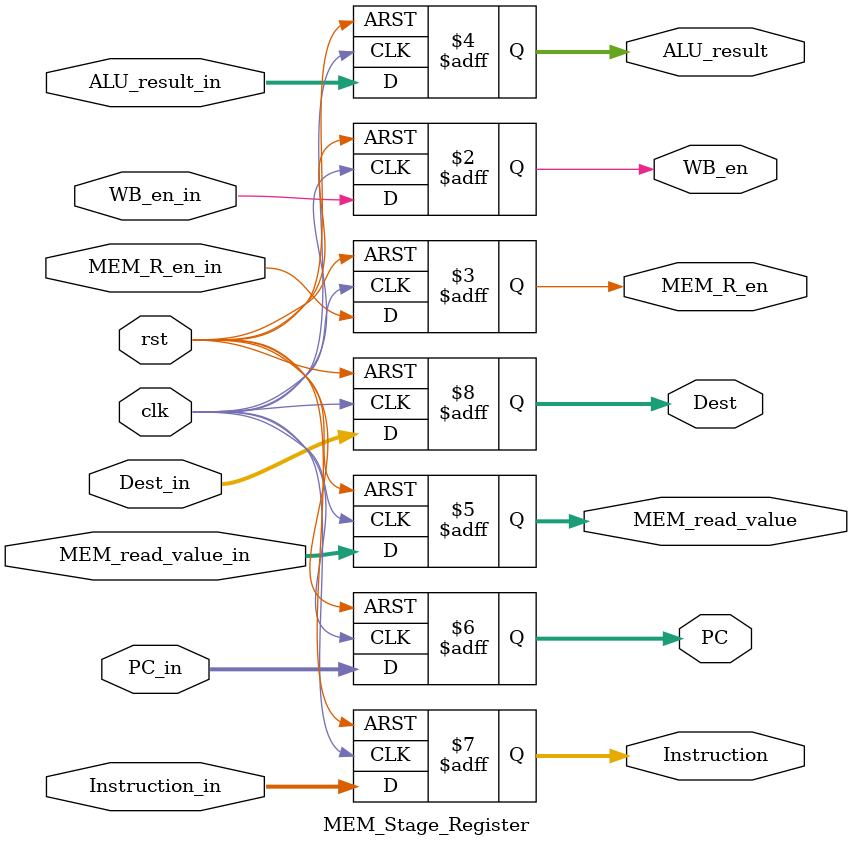
<source format=v>
module MEM_Stage_Register(clk, rst, WB_en_in, MEM_R_en_in, ALU_result_in, MEM_read_value_in, PC_in, 
			  Instruction_in, Dest_in, WB_en, MEM_R_en, ALU_result, MEM_read_value, 
 			  PC, Instruction,Dest);
  input clk, rst, WB_en_in, MEM_R_en_in;
  input [31:0] ALU_result_in, MEM_read_value_in, PC_in, Instruction_in;
  input [3:0] Dest_in;
  output reg WB_en, MEM_R_en;
  output reg [31:0] ALU_result, MEM_read_value, PC, Instruction;
  output reg [3:0] Dest;

  always @(posedge clk, posedge rst)begin
    if(rst) begin
      PC <= 32'd0;
      Instruction <= 32'd0;
      MEM_read_value <= 32'd0;
      ALU_result <= 32'd0;
      WB_en <= 1'd0;
      MEM_R_en <= 1'd0;
      Dest <= 4'd0;
    end
    else begin
      PC <= PC_in;
      Instruction <= Instruction_in;
      MEM_read_value <= MEM_read_value_in;
      ALU_result <= ALU_result_in;
      WB_en <= WB_en_in;
      MEM_R_en <= MEM_R_en_in;
      Dest <= Dest_in;
    end
  end
endmodule
</source>
